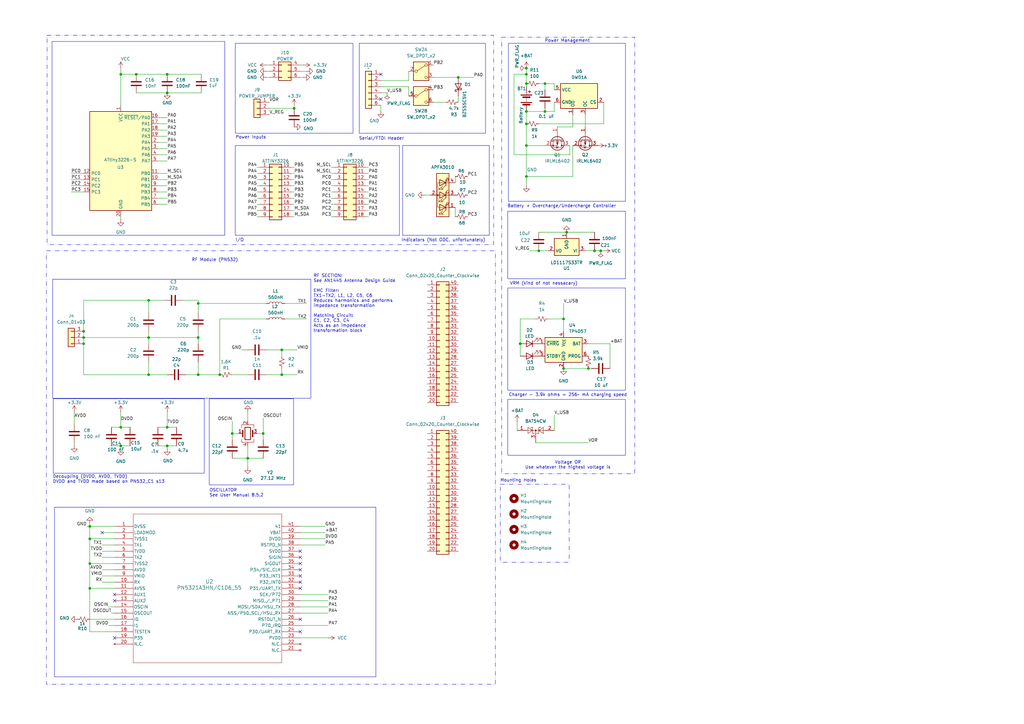
<source format=kicad_sch>
(kicad_sch (version 20231120) (generator "eeschema") (generator_version "8.0")
  (paper "A3")
  (junction (at 101.6 187.96))
  (junction (at 120.65 44.45))
  (junction (at 68.58 182.88))
  (junction (at 215.9 72.39))
  (junction (at 36.83 215.9))
  (junction (at 115.57 143.51))
  (junction (at 107.95 177.8))
  (junction (at 232.41 95.25))
  (junction (at 115.57 153.67))
  (junction (at 68.58 30.48))
  (junction (at 60.96 138.43))
  (junction (at 36.83 231.14))
  (junction (at 68.58 38.1))
  (junction (at 60.96 153.67))
  (junction (at 220.98 102.87))
  (junction (at 243.84 102.87))
  (junction (at 49.53 175.26))
  (junction (at 81.28 153.67))
  (junction (at 223.52 34.29))
  (junction (at 95.25 177.8))
  (junction (at 231.14 130.81))
  (junction (at 81.28 138.43))
  (junction (at 34.29 140.97))
  (junction (at 81.28 124.46))
  (junction (at 215.9 45.72))
  (junction (at 36.83 220.98))
  (junction (at 187.96 31.75))
  (junction (at 68.58 175.26))
  (junction (at 34.29 138.43))
  (junction (at 60.96 123.19))
  (junction (at 246.38 102.87))
  (junction (at 90.17 153.67))
  (junction (at 34.29 135.89))
  (junction (at 215.9 34.29))
  (junction (at 215.9 30.48))
  (junction (at 231.14 151.13))
  (junction (at 215.9 50.8))
  (junction (at 49.53 30.48))
  (junction (at 223.52 45.72))
  (junction (at 215.9 59.69))
  (junction (at 241.3 151.13))
  (junction (at 36.83 241.3))
  (junction (at 215.9 27.94))
  (junction (at 213.36 140.97))
  (junction (at 55.88 30.48))
  (junction (at 49.53 182.88))
  (no_connect (at 123.19 236.22))
  (no_connect (at 46.99 243.84))
  (no_connect (at 123.19 233.68))
  (no_connect (at 123.19 238.76))
  (no_connect (at 156.21 40.64))
  (no_connect (at 123.19 259.08))
  (no_connect (at 123.19 226.06))
  (no_connect (at 46.99 261.62))
  (no_connect (at 123.19 231.14))
  (no_connect (at 123.19 241.3))
  (no_connect (at 123.19 254))
  (no_connect (at 41.91 218.44))
  (no_connect (at 123.19 228.6))
  (no_connect (at 156.21 30.48))
  (no_connect (at 46.99 246.38))
  (wire (pts (xy 64.77 73.66) (xy 68.58 73.66)))
  (wire (pts (xy 95.25 187.96) (xy 101.6 187.96)))
  (wire (pts (xy 60.96 148.59) (xy 60.96 153.67)))
  (wire (pts (xy 215.9 59.69) (xy 215.9 72.39)))
  (wire (pts (xy 135.89 78.74) (xy 137.16 78.74)))
  (wire (pts (xy 186.69 72.39) (xy 186.69 74.93)))
  (wire (pts (xy 105.41 73.66) (xy 106.68 73.66)))
  (wire (pts (xy 76.2 153.67) (xy 81.28 153.67)))
  (wire (pts (xy 220.98 50.8) (xy 247.65 50.8)))
  (wire (pts (xy 246.38 102.87) (xy 243.84 102.87)))
  (wire (pts (xy 68.58 182.88) (xy 68.58 184.15)))
  (wire (pts (xy 36.83 259.08) (xy 46.99 259.08)))
  (wire (pts (xy 210.82 30.48) (xy 210.82 63.5)))
  (wire (pts (xy 45.72 182.88) (xy 49.53 182.88)))
  (wire (pts (xy 90.17 130.81) (xy 109.22 130.81)))
  (wire (pts (xy 220.98 102.87) (xy 217.17 102.87)))
  (wire (pts (xy 49.53 168.91) (xy 49.53 175.26)))
  (wire (pts (xy 215.9 72.39) (xy 215.9 76.2)))
  (wire (pts (xy 135.89 86.36) (xy 137.16 86.36)))
  (wire (pts (xy 123.19 220.98) (xy 133.35 220.98)))
  (wire (pts (xy 68.58 38.1) (xy 82.55 38.1)))
  (wire (pts (xy 81.28 124.46) (xy 81.28 128.27)))
  (wire (pts (xy 110.49 26.67) (xy 109.22 26.67)))
  (wire (pts (xy 151.13 68.58) (xy 149.86 68.58)))
  (wire (pts (xy 30.48 182.88) (xy 30.48 181.61)))
  (wire (pts (xy 36.83 231.14) (xy 36.83 241.3)))
  (wire (pts (xy 60.96 128.27) (xy 60.96 123.19)))
  (wire (pts (xy 95.25 177.8) (xy 95.25 180.34)))
  (wire (pts (xy 116.84 124.46) (xy 125.73 124.46)))
  (wire (pts (xy 213.36 130.81) (xy 213.36 140.97)))
  (wire (pts (xy 151.13 81.28) (xy 149.86 81.28)))
  (wire (pts (xy 213.36 140.97) (xy 213.36 146.05)))
  (wire (pts (xy 36.83 220.98) (xy 46.99 220.98)))
  (wire (pts (xy 64.77 55.88) (xy 68.58 55.88)))
  (wire (pts (xy 120.65 76.2) (xy 119.38 76.2)))
  (wire (pts (xy 151.13 78.74) (xy 149.86 78.74)))
  (wire (pts (xy 36.83 231.14) (xy 46.99 231.14)))
  (wire (pts (xy 228.6 52.07) (xy 234.95 52.07)))
  (wire (pts (xy 81.28 138.43) (xy 81.28 140.97)))
  (wire (pts (xy 30.48 168.91) (xy 30.48 173.99)))
  (wire (pts (xy 99.06 143.51) (xy 101.6 143.51)))
  (wire (pts (xy 241.3 151.13) (xy 242.57 151.13)))
  (wire (pts (xy 41.91 236.22) (xy 46.99 236.22)))
  (wire (pts (xy 120.65 86.36) (xy 119.38 86.36)))
  (wire (pts (xy 41.91 233.68) (xy 46.99 233.68)))
  (wire (pts (xy 41.91 226.06) (xy 46.99 226.06)))
  (wire (pts (xy 115.57 151.13) (xy 115.57 153.67)))
  (wire (pts (xy 151.13 83.82) (xy 149.86 83.82)))
  (wire (pts (xy 241.3 140.97) (xy 250.19 140.97)))
  (wire (pts (xy 187.96 39.37) (xy 187.96 41.91)))
  (wire (pts (xy 34.29 153.67) (xy 60.96 153.67)))
  (wire (pts (xy 187.96 31.75) (xy 194.31 31.75)))
  (wire (pts (xy 213.36 130.81) (xy 219.71 130.81)))
  (wire (pts (xy 223.52 34.29) (xy 227.33 34.29)))
  (wire (pts (xy 60.96 135.89) (xy 60.96 138.43)))
  (wire (pts (xy 36.83 241.3) (xy 36.83 259.08)))
  (wire (pts (xy 95.25 153.67) (xy 101.6 153.67)))
  (wire (pts (xy 101.6 168.91) (xy 101.6 172.72)))
  (wire (pts (xy 81.28 124.46) (xy 109.22 124.46)))
  (wire (pts (xy 227.33 34.29) (xy 227.33 36.83)))
  (wire (pts (xy 34.29 135.89) (xy 34.29 123.19)))
  (wire (pts (xy 120.65 81.28) (xy 119.38 81.28)))
  (wire (pts (xy 34.29 138.43) (xy 34.29 140.97)))
  (wire (pts (xy 36.83 215.9) (xy 46.99 215.9)))
  (wire (pts (xy 231.14 135.89) (xy 231.14 130.81)))
  (wire (pts (xy 60.96 153.67) (xy 68.58 153.67)))
  (wire (pts (xy 36.83 241.3) (xy 46.99 241.3)))
  (wire (pts (xy 64.77 53.34) (xy 68.58 53.34)))
  (wire (pts (xy 135.89 76.2) (xy 137.16 76.2)))
  (wire (pts (xy 81.28 148.59) (xy 81.28 153.67)))
  (wire (pts (xy 105.41 76.2) (xy 106.68 76.2)))
  (wire (pts (xy 97.79 177.8) (xy 95.25 177.8)))
  (wire (pts (xy 158.75 38.1) (xy 156.21 38.1)))
  (wire (pts (xy 64.77 81.28) (xy 68.58 81.28)))
  (wire (pts (xy 101.6 187.96) (xy 107.95 187.96)))
  (wire (pts (xy 34.29 138.43) (xy 60.96 138.43)))
  (wire (pts (xy 109.22 143.51) (xy 115.57 143.51)))
  (wire (pts (xy 135.89 73.66) (xy 137.16 73.66)))
  (wire (pts (xy 232.41 95.25) (xy 220.98 95.25)))
  (wire (pts (xy 64.77 175.26) (xy 68.58 175.26)))
  (wire (pts (xy 156.21 45.72) (xy 156.21 43.18)))
  (wire (pts (xy 45.72 251.46) (xy 46.99 251.46)))
  (wire (pts (xy 68.58 175.26) (xy 72.39 175.26)))
  (wire (pts (xy 125.73 29.21) (xy 123.19 29.21)))
  (wire (pts (xy 45.72 175.26) (xy 49.53 175.26)))
  (wire (pts (xy 120.65 71.12) (xy 119.38 71.12)))
  (wire (pts (xy 120.65 68.58) (xy 119.38 68.58)))
  (wire (pts (xy 29.21 76.2) (xy 34.29 76.2)))
  (wire (pts (xy 95.25 172.72) (xy 95.25 177.8)))
  (wire (pts (xy 123.19 218.44) (xy 133.35 218.44)))
  (wire (pts (xy 224.79 102.87) (xy 220.98 102.87)))
  (wire (pts (xy 124.46 31.75) (xy 123.19 31.75)))
  (wire (pts (xy 215.9 59.69) (xy 223.52 59.69)))
  (wire (pts (xy 220.98 34.29) (xy 223.52 34.29)))
  (wire (pts (xy 223.52 34.29) (xy 223.52 36.83)))
  (wire (pts (xy 68.58 30.48) (xy 82.55 30.48)))
  (wire (pts (xy 60.96 138.43) (xy 81.28 138.43)))
  (wire (pts (xy 81.28 153.67) (xy 90.17 153.67)))
  (wire (pts (xy 120.65 73.66) (xy 119.38 73.66)))
  (wire (pts (xy 124.46 26.67) (xy 123.19 26.67)))
  (wire (pts (xy 247.65 102.87) (xy 246.38 102.87)))
  (wire (pts (xy 227.33 41.91) (xy 227.33 45.72)))
  (wire (pts (xy 105.41 83.82) (xy 106.68 83.82)))
  (wire (pts (xy 105.41 86.36) (xy 106.68 86.36)))
  (wire (pts (xy 123.19 243.84) (xy 134.62 243.84)))
  (wire (pts (xy 234.95 52.07) (xy 234.95 46.99)))
  (wire (pts (xy 64.77 78.74) (xy 68.58 78.74)))
  (wire (pts (xy 64.77 66.04) (xy 68.58 66.04)))
  (wire (pts (xy 227.33 170.18) (xy 227.33 176.53)))
  (wire (pts (xy 44.45 256.54) (xy 46.99 256.54)))
  (wire (pts (xy 115.57 143.51) (xy 115.57 146.05)))
  (wire (pts (xy 215.9 30.48) (xy 215.9 34.29)))
  (wire (pts (xy 243.84 95.25) (xy 232.41 95.25)))
  (wire (pts (xy 74.93 123.19) (xy 81.28 123.19)))
  (wire (pts (xy 224.79 130.81) (xy 231.14 130.81)))
  (wire (pts (xy 123.19 223.52) (xy 133.35 223.52)))
  (wire (pts (xy 123.19 261.62) (xy 134.62 261.62)))
  (wire (pts (xy 101.6 182.88) (xy 101.6 187.96)))
  (wire (pts (xy 123.19 256.54) (xy 134.62 256.54)))
  (wire (pts (xy 64.77 63.5) (xy 68.58 63.5)))
  (wire (pts (xy 250.19 140.97) (xy 250.19 151.13)))
  (wire (pts (xy 49.53 30.48) (xy 49.53 43.18)))
  (wire (pts (xy 167.64 35.56) (xy 167.64 39.37)))
  (wire (pts (xy 176.53 80.01) (xy 173.99 80.01)))
  (wire (pts (xy 101.6 187.96) (xy 101.6 191.77)))
  (wire (pts (xy 64.77 71.12) (xy 68.58 71.12)))
  (wire (pts (xy 151.13 73.66) (xy 149.86 73.66)))
  (wire (pts (xy 90.17 153.67) (xy 90.17 130.81)))
  (wire (pts (xy 135.89 81.28) (xy 137.16 81.28)))
  (wire (pts (xy 151.13 76.2) (xy 149.86 76.2)))
  (wire (pts (xy 223.52 44.45) (xy 223.52 45.72)))
  (wire (pts (xy 109.22 153.67) (xy 115.57 153.67)))
  (wire (pts (xy 68.58 168.91) (xy 68.58 175.26)))
  (wire (pts (xy 55.88 30.48) (xy 68.58 30.48)))
  (wire (pts (xy 223.52 45.72) (xy 227.33 45.72)))
  (wire (pts (xy 68.58 182.88) (xy 72.39 182.88)))
  (wire (pts (xy 49.53 30.48) (xy 55.88 30.48)))
  (wire (pts (xy 49.53 182.88) (xy 53.34 182.88)))
  (wire (pts (xy 156.21 35.56) (xy 167.64 35.56)))
  (wire (pts (xy 240.03 52.07) (xy 240.03 46.99)))
  (wire (pts (xy 123.19 251.46) (xy 134.62 251.46)))
  (wire (pts (xy 29.21 73.66) (xy 34.29 73.66)))
  (wire (pts (xy 49.53 175.26) (xy 53.34 175.26)))
  (wire (pts (xy 231.14 151.13) (xy 241.3 151.13)))
  (wire (pts (xy 105.41 78.74) (xy 106.68 78.74)))
  (wire (pts (xy 55.88 38.1) (xy 68.58 38.1)))
  (wire (pts (xy 135.89 71.12) (xy 137.16 71.12)))
  (wire (pts (xy 49.53 27.94) (xy 49.53 30.48)))
  (wire (pts (xy 243.84 102.87) (xy 240.03 102.87)))
  (wire (pts (xy 231.14 124.46) (xy 231.14 130.81)))
  (wire (pts (xy 34.29 140.97) (xy 34.29 153.67)))
  (wire (pts (xy 123.19 215.9) (xy 133.35 215.9)))
  (wire (pts (xy 64.77 76.2) (xy 68.58 76.2)))
  (wire (pts (xy 105.41 177.8) (xy 107.95 177.8)))
  (wire (pts (xy 81.28 123.19) (xy 81.28 124.46)))
  (wire (pts (xy 120.65 83.82) (xy 119.38 83.82)))
  (wire (pts (xy 120.65 78.74) (xy 119.38 78.74)))
  (wire (pts (xy 234.95 72.39) (xy 215.9 72.39)))
  (wire (pts (xy 215.9 27.94) (xy 215.9 30.48)))
  (wire (pts (xy 215.9 45.72) (xy 223.52 45.72)))
  (wire (pts (xy 29.21 71.12) (xy 34.29 71.12)))
  (wire (pts (xy 186.69 88.9) (xy 186.69 85.09)))
  (wire (pts (xy 41.91 223.52) (xy 46.99 223.52)))
  (wire (pts (xy 151.13 86.36) (xy 149.86 86.36)))
  (wire (pts (xy 210.82 30.48) (xy 215.9 30.48)))
  (wire (pts (xy 120.65 88.9) (xy 119.38 88.9)))
  (wire (pts (xy 134.62 248.92) (xy 123.19 248.92)))
  (wire (pts (xy 167.64 33.02) (xy 167.64 29.21)))
  (wire (pts (xy 109.22 29.21) (xy 110.49 29.21)))
  (wire (pts (xy 215.9 34.29) (xy 215.9 35.56)))
  (wire (pts (xy 64.77 48.26) (xy 68.58 48.26)))
  (wire (pts (xy 105.41 71.12) (xy 106.68 71.12)))
  (wire (pts (xy 64.77 58.42) (xy 68.58 58.42)))
  (wire (pts (xy 151.13 88.9) (xy 149.86 88.9)))
  (wire (pts (xy 64.77 60.96) (xy 68.58 60.96)))
  (wire (pts (xy 105.41 88.9) (xy 106.68 88.9)))
  (wire (pts (xy 60.96 140.97) (xy 60.96 138.43)))
  (wire (pts (xy 36.83 254) (xy 46.99 254)))
  (wire (pts (xy 151.13 71.12) (xy 149.86 71.12)))
  (wire (pts (xy 41.91 228.6) (xy 46.99 228.6)))
  (wire (pts (xy 81.28 135.89) (xy 81.28 138.43)))
  (wire (pts (xy 44.45 248.92) (xy 46.99 248.92)))
  (wire (pts (xy 105.41 81.28) (xy 106.68 81.28)))
  (wire (pts (xy 120.65 43.18) (xy 120.65 44.45)))
  (wire (pts (xy 247.65 41.91) (xy 247.65 50.8)))
  (wire (pts (xy 156.21 33.02) (xy 167.64 33.02)))
  (wire (pts (xy 67.31 123.19) (xy 60.96 123.19)))
  (wire (pts (xy 123.19 246.38) (xy 134.62 246.38)))
  (wire (pts (xy 49.53 182.88) (xy 49.53 184.15)))
  (wire (pts (xy 105.41 68.58) (xy 106.68 68.58)))
  (wire (pts (xy 41.91 218.44) (xy 46.99 218.44)))
  (wire (pts (xy 212.09 172.72) (xy 212.09 176.53)))
  (wire (pts (xy 177.8 41.91) (xy 182.88 41.91)))
  (wire (pts (xy 233.68 63.5) (xy 210.82 63.5)))
  (wire (pts (xy 36.83 215.9) (xy 36.83 214.63)))
  (wire (pts (xy 64.77 83.82) (xy 68.58 83.82)))
  (wire (pts (xy 49.53 90.17) (xy 49.53 88.9)))
  (wire (pts (xy 121.92 143.51) (xy 115.57 143.51)))
  (wire (pts (xy 107.95 177.8) (xy 107.95 180.34)))
  (wire (pts (xy 35.56 215.9) (xy 36.83 215.9)))
  (wire (pts (xy 109.22 31.75) (xy 110.49 31.75)))
  (wire (pts (xy 115.57 153.67) (xy 121.92 153.67)))
  (wire (pts (xy 177.8 31.75) (xy 187.96 31.75)))
  (wire (pts (xy 135.89 83.82) (xy 137.16 83.82)))
  (wire (pts (xy 219.71 181.61) (xy 241.3 181.61)))
  (wire (pts (xy 41.91 238.76) (xy 46.99 238.76)))
  (wire (pts (xy 233.68 63.5) (xy 233.68 59.69)))
  (wire (pts (xy 64.77 182.88) (xy 68.58 182.88)))
  (wire (pts (xy 64.77 50.8) (xy 68.58 50.8)))
  (wire (pts (xy 29.21 78.74) (xy 34.29 78.74)))
  (wire (pts (xy 215.9 50.8) (xy 215.9 59.69)))
  (wire (pts (xy 110.49 44.45) (xy 120.65 44.45)))
  (wire (pts (xy 34.29 123.19) (xy 60.96 123.19)))
  (wire (pts (xy 215.9 45.72) (xy 215.9 50.8)))
  (wire (pts (xy 135.89 68.58) (xy 137.16 68.58)))
  (wire (pts (xy 234.95 59.69) (xy 234.95 72.39)))
  (wire (pts (xy 36.83 215.9) (xy 36.83 220.98)))
  (wire (pts (xy 36.83 220.98) (xy 36.83 231.14)))
  (wire (pts (xy 34.29 135.89) (xy 34.29 138.43)))
  (wire (pts (xy 135.89 88.9) (xy 137.16 88.9)))
  (wire (pts (xy 116.84 130.81) (xy 125.73 130.81)))
  (wire (pts (xy 107.95 171.45) (xy 107.95 177.8)))
  (rectangle (start 19.05 102.87) (end 203.2 280.67) (stroke (width 0) (type dash_dot_dot)))
  (rectangle (start 22.352 208.026) (end 154.178 277.622))
  (rectangle (start 208.28 163.83) (end 256.54 186.69))
  (rectangle (start 208.28 118.11) (end 256.54 160.02))
  (rectangle (start 96.52 59.69) (end 163.83 96.52))
  (rectangle (start 208.534 17.78) (end 256.54 82.55))
  (rectangle (start 21.844 163.576) (end 83.82 194.056))
  (rectangle (start 21.336 17.018) (end 92.202 96.52))
  (rectangle (start 208.28 86.614) (end 256.54 114.3))
  (rectangle (start 19.304 14.478) (end 202.438 100.33) (stroke (width 0) (type dash_dot_dot)))
  (rectangle (start 21.59 114.554) (end 127.508 163.322))
  (rectangle (start 96.52 17.78) (end 144.78 54.61))
  (rectangle (start 205.232 198.628) (end 233.426 230.632) (stroke (width 0) (type dash_dot_dot)))
  (rectangle (start 165.1 59.69) (end 200.66 96.52))
  (rectangle (start 205.74 15.24) (end 260.35 194.31) (stroke (width 0) (type dash_dot_dot)))
  (rectangle (start 147.32 17.78) (end 199.136 54.61))
  (rectangle (start 85.852 163.576) (end 120.396 198.882))
  (text "OSCILLATOR\nSee User Manual 8.5.2\n" (at 85.852 202.184 0) (effects (font (size 1.27 1.27)) (justify left)))
  (text "RF SECTION: \nSee AN1445 Antenna Design Guide\n\nEMC Filter: \nTX1-TX2, L1, L2, C5, C6\nReduces harmonics and performs \nimpedance transformation\n\nMatching Circuit:\nC1, C2, C3, C4\nActs as an impedance \ntransformation block" (at 128.524 124.46 0) (effects (font (size 1.27 1.27)) (justify left)))
  (text "Battery + Overcharge/Undercharge Controller" (at 230.378 84.582 0) (effects (font (size 1.27 1.27))))
  (text "Decoupling (DVDD, AVDD, TVDD)\nDVDD and TVDD made based on PN532_C1 s13" (at 21.59 196.596 0) (effects (font (size 1.27 1.27)) (justify left)))
  (text "Voltage OR\nUse whatever the highest voltage is\n" (at 232.918 190.754 0) (effects (font (size 1.27 1.27))))
  (text "Power Management" (at 232.664 16.764 0) (effects (font (size 1.27 1.27))))
  (text "Charger - 3.9k ohms = 256~ mA charging speed\n\n" (at 232.918 163.068 0) (effects (font (size 1.27 1.27))))
  (text "I/O\n" (at 98.298 98.552 0) (effects (font (size 1.27 1.27))))
  (text "RF Module (PN532)" (at 88.138 106.68 0) (effects (font (size 1.27 1.27))))
  (text "Serial/FTDI Header" (at 156.464 56.896 0) (effects (font (size 1.27 1.27))))
  (text "VRM (kind of not nessacary)" (at 223.012 116.332 0) (effects (font (size 1.27 1.27))))
  (text "Power Inputs" (at 102.87 56.388 0) (effects (font (size 1.27 1.27))))
  (text "Mounting Holes" (at 212.598 197.104 0) (effects (font (size 1.27 1.27))))
  (text "Indicators (Not ODC, unfortunately)" (at 181.864 98.552 0) (effects (font (size 1.27 1.27))))
  (label "PB2" (at 68.58 76.2 0))
  (label "PB2" (at 177.8 26.67 0))
  (label "VMID" (at 121.92 143.51 0))
  (label "TVDD" (at 41.91 226.06 180))
  (label "DVDD" (at 44.45 256.54 180))
  (label "PC2" (at 191.77 80.01 0))
  (label "PA4" (at 105.41 68.58 180))
  (label "PC3" (at 29.21 78.74 0))
  (label "PA5" (at 105.41 73.66 180))
  (label "PB5" (at 68.58 83.82 0))
  (label "VOR" (at 110.49 41.91 0))
  (label "PB2" (at 120.65 83.82 0))
  (label "PA7" (at 105.41 86.36 180))
  (label "M_SDA" (at 120.65 88.9 0))
  (label "RX" (at 41.91 238.76 180))
  (label "PC3" (at 191.77 88.9 0))
  (label "PA1" (at 134.62 248.92 0))
  (label "PB2" (at 120.65 81.28 0))
  (label "PA0" (at 151.13 71.12 0))
  (label "VOR" (at 241.3 181.61 0))
  (label "PC1" (at 191.77 72.39 0))
  (label "TX1" (at 41.91 223.52 180))
  (label "PA6" (at 105.41 81.28 180))
  (label "OSCIN" (at 95.25 172.72 180))
  (label "PA4" (at 68.58 58.42 0))
  (label "TX2" (at 41.91 228.6 180))
  (label "PB5" (at 105.41 88.9 180))
  (label "PA2" (at 151.13 83.82 0))
  (label "PC0" (at 135.89 76.2 180))
  (label "GND" (at 133.35 215.9 0))
  (label "PA7" (at 68.58 66.04 0))
  (label "PA1" (at 151.13 76.2 0))
  (label "PC3" (at 151.13 68.58 0))
  (label "DVDD" (at 133.35 220.98 0))
  (label "PA6" (at 68.58 63.5 0))
  (label "PC2" (at 135.89 83.82 180))
  (label "V_USB" (at 227.33 170.18 0))
  (label "VMID" (at 41.91 236.22 180))
  (label "M_SCL" (at 68.58 71.12 0))
  (label "PA2" (at 134.62 246.38 0))
  (label "PA7" (at 105.41 83.82 180))
  (label "PC0" (at 29.21 71.12 0))
  (label "PA0" (at 194.31 31.75 0))
  (label "PB4" (at 120.65 71.12 0))
  (label "M_SDA" (at 120.65 86.36 0))
  (label "DVDD" (at 49.53 172.72 0))
  (label "PB4" (at 120.65 73.66 0))
  (label "V_USB" (at 158.75 38.1 0))
  (label "PA1" (at 68.58 50.8 0))
  (label "PA1" (at 151.13 78.74 0))
  (label "TVDD" (at 68.58 173.99 0))
  (label "AVDD" (at 30.48 171.45 0))
  (label "PB3" (at 177.8 36.83 0))
  (label "OSCIN" (at 44.45 248.92 180))
  (label "PA4" (at 105.41 71.12 180))
  (label "TX2" (at 125.73 130.81 180))
  (label "TX1" (at 125.73 124.46 180))
  (label "PC0" (at 135.89 73.66 180))
  (label "PB4" (at 68.58 81.28 0))
  (label "PC1" (at 135.89 81.28 180))
  (label "RX" (at 121.92 153.67 0))
  (label "PB3" (at 68.58 78.74 0))
  (label "AVDD" (at 41.91 233.68 180))
  (label "PA3" (at 134.62 243.84 0))
  (label "V_REG" (at 217.17 102.87 180))
  (label "PC3" (at 135.89 88.9 180))
  (label "PB5" (at 120.65 68.58 0))
  (label "M_SCL" (at 135.89 68.58 180))
  (label "V_REG" (at 110.49 46.99 0))
  (label "PA5" (at 133.35 223.52 0))
  (label "PA3" (at 68.58 55.88 0))
  (label "V_USB" (at 231.14 124.46 0))
  (label "PA7" (at 134.62 256.54 0))
  (label "PA4" (at 134.62 251.46 0))
  (label "M_SDA" (at 68.58 73.66 0))
  (label "PA0" (at 151.13 73.66 0))
  (label "OSCOUT" (at 45.72 251.46 180))
  (label "PC2" (at 135.89 86.36 180))
  (label "+BAT" (at 133.35 218.44 0))
  (label "PA0" (at 68.58 48.26 0))
  (label "GND" (at 99.06 143.51 180))
  (label "GND" (at 35.56 215.9 180))
  (label "PA2" (at 151.13 81.28 0))
  (label "PA6" (at 105.41 78.74 180))
  (label "PB3" (at 120.65 76.2 0))
  (label "PC2" (at 29.21 76.2 0))
  (label "PA5" (at 105.41 76.2 180))
  (label "PC1" (at 135.89 78.74 180))
  (label "PA3" (at 151.13 86.36 0))
  (label "PC1" (at 29.21 73.66 0))
  (label "OSCOUT" (at 107.95 171.45 0))
  (label "PA2" (at 68.58 53.34 0))
  (label "PB3" (at 120.65 78.74 0))
  (label "+BAT" (at 250.19 140.97 0))
  (label "PA5" (at 68.58 60.96 0))
  (label "M_SCL" (at 135.89 71.12 180))
  (label "PA3" (at 151.13 88.9 0))
  (symbol (lib_id "power:+3.3V") (at 49.53 168.91 0) (unit 1)
    (property "Reference" "#PWR029" (effects (hide yes)))
    (property "Value" "+3.3V" (at 49.53 165.1 0))
  )
  (symbol (lib_id "power:+3.3V") (at 30.48 168.91 0) (unit 1)
    (property "Reference" "#PWR026" (effects (hide yes)))
    (property "Value" "+3.3V" (at 30.48 165.1 0))
  )
  (symbol (lib_id "Device:C") (at 246.38 151.13 90) (unit 1)
    (property "Reference" "C17" (at 246.634 155.448 90))
    (property "Value" "10 uF" (at 246.634 157.988 90))
    (property "Footprint" "Capacitor_SMD:C_0805_2012Metric_Pad1.18x1.45mm_HandSolder" (effects (hide yes)))
    (property "Description" "Unpolarized capacitor" (effects (hide yes)))
  )
  (symbol (lib_id "power:GND") (at 68.58 184.15 0) (unit 1)
    (property "Reference" "#PWR021" (effects (hide yes)))
    (property "Value" "GND" (at 68.834 188.976 0))
    (property "Description" "Power symbol creates a global label with name \"GND\" , ground" (effects (hide yes)))
  )
  (symbol (lib_id "Device:C") (at 30.48 177.8 0) (unit 1)
    (property "Reference" "C8" (at 34.29 176.5299 0) (effects (justify left)))
    (property "Value" "100 nF" (at 34.29 179.0699 0) (effects (justify left)))
    (property "Footprint" "Capacitor_SMD:C_0805_2012Metric_Pad1.18x1.45mm_HandSolder" (effects (hide yes)))
    (property "Description" "Unpolarized capacitor" (effects (hide yes)))
  )
  (symbol (lib_id "Device:C") (at 60.96 132.08 0) (mirror y) (unit 1)
    (property "Reference" "C1" (at 54.61 130.81 0))
    (property "Value" "200p" (at 54.61 133.35 0))
    (property "Footprint" "Capacitor_SMD:C_0805_2012Metric_Pad1.18x1.45mm_HandSolder" (effects (hide yes)))
    (property "Description" "Unpolarized capacitor" (effects (hide yes)))
  )
  (symbol (lib_id "Device:C") (at 81.28 132.08 0) (mirror y) (unit 1)
    (property "Reference" "C5" (at 74.93 130.81 0))
    (property "Value" "220p" (at 74.93 133.35 0))
    (property "Footprint" "Capacitor_SMD:C_0805_2012Metric_Pad1.18x1.45mm_HandSolder" (effects (hide yes)))
    (property "Description" "Unpolarized capacitor" (effects (hide yes)))
  )
  (symbol (lib_id "power:+BATT") (at 215.9 27.94 0) (unit 1)
    (property "Reference" "#PWR023" (effects (hide yes)))
    (property "Value" "+BAT" (at 215.9 22.86 0))
    (property "Description" "Power symbol creates a global label with name \"+BATT\"" (effects (hide yes)))
  )
  (symbol (lib_id "power:GND") (at 30.48 182.88 0) (unit 1)
    (property "Reference" "#PWR01" (effects (hide yes)))
    (property "Value" "GND" (at 30.48 187.96 0))
    (property "Description" "Power symbol creates a global label with name \"GND\" , ground" (effects (hide yes)))
  )
  (symbol (lib_id "Device:C") (at 55.88 34.29 0) (unit 1)
    (property "Reference" "C16" (at 59.436 32.766 0) (effects (justify left)))
    (property "Value" "10nF" (at 59.436 35.306 0) (effects (justify left)))
    (property "Footprint" "Capacitor_SMD:C_0805_2012Metric_Pad1.18x1.45mm_HandSolder" (effects (hide yes)))
    (property "Description" "Unpolarized capacitor" (effects (hide yes)))
  )
  (symbol (lib_id "power:GND") (at 156.21 45.72 0) (unit 1)
    (property "Reference" "#PWR025" (effects (hide yes)))
    (property "Value" "GND" (at 155.575 49.53 0) (effects (justify right)))
  )
  (symbol (lib_id "Connector_Generic:Conn_02x03_Top_Bottom") (at 115.57 29.21 0) (unit 1)
    (property "Reference" "J10" (at 116.84 21.59 0))
    (property "Value" "POWER" (at 116.84 24.13 0))
    (property "Footprint" "Connector_PinSocket_2.54mm:PinSocket_2x03_P2.54mm_Vertical" (effects (hide yes)))
  )
  (symbol (lib_id "power:+3.3V") (at 134.62 261.62 270) (unit 1)
    (property "Reference" "#PWR05" (effects (hide yes)))
    (property "Value" "VCC" (at 138.43 261.6199 90) (effects (justify left)))
    (property "Description" "Power symbol creates a global label with name \"+3.3V\"" (effects (hide yes)))
  )
  (symbol (lib_id "MCU_Microchip_ATtiny:ATtiny3226-S") (at 49.53 66.04 0) (unit 1)
    (property "Reference" "U3" (at 48.006 68.58 0) (effects (justify left)))
    (property "Value" "ATtiny3226-S" (at 42.672 65.532 0) (effects (justify left)))
    (property "Footprint" "Package_SO:SOIC-20W_7.5x12.8mm_P1.27mm" (effects (hide yes)))
    (property "Datasheet" "https://ww1.microchip.com/downloads/en/DeviceDoc/ATtiny3224-3226-3227-Data-Sheet-DS40002345A.pdf" (effects (hide yes)))
    (property "Description" "20MHz, 32kB Flash, 3kB SRAM, 256B EEPROM, SOIC-20" (effects (hide yes)))
  )
  (symbol (lib_id "Device:R_Small_US") (at 92.71 153.67 90) (mirror x) (unit 1)
    (property "Reference" "R1" (at 92.71 150.876 90))
    (property "Value" "1.6K" (at 92.71 148.336 90))
    (property "Footprint" "Resistor_SMD:R_0805_2012Metric_Pad1.20x1.40mm_HandSolder" (effects (hide yes)))
    (property "Description" "Resistor, small US symbol" (effects (hide yes)))
  )
  (symbol (lib_id "power:VCC") (at 109.22 26.67 90) (unit 1)
    (property "Reference" "#PWR06" (effects (hide yes)))
    (property "Value" "VCC" (at 105.41 26.67 90) (effects (justify left)))
  )
  (symbol (lib_id "Device:C") (at 71.12 123.19 90) (unit 1)
    (property "Reference" "C3" (at 71.12 115.57 90))
    (property "Value" "22p" (at 71.12 118.11 90))
    (property "Footprint" "Capacitor_SMD:C_0805_2012Metric_Pad1.18x1.45mm_HandSolder" (effects (hide yes)))
    (property "Description" "Unpolarized capacitor" (effects (hide yes)))
  )
  (symbol (lib_id "Connector_Generic:Conn_02x09_Top_Bottom") (at 142.24 78.74 0) (unit 1)
    (property "Reference" "J8" (at 143.51 63.5 0))
    (property "Value" "ATTINY3226" (at 143.51 66.04 0))
    (property "Footprint" "Connector_PinSocket_2.54mm:PinSocket_2x09_P2.54mm_Vertical" (effects (hide yes)))
  )
  (symbol (lib_id "Device:C") (at 223.52 40.64 180) (unit 1)
    (property "Reference" "C23" (at 223.012 38.1 0) (effects (justify left)))
    (property "Value" "0.1 uF" (at 227.33 47.752 0) (effects (justify left)))
    (property "Footprint" "Capacitor_SMD:C_0805_2012Metric_Pad1.18x1.45mm_HandSolder" (effects (hide yes)))
    (property "Description" "Unpolarized capacitor" (effects (hide yes)))
  )
  (symbol (lib_id "Orb_library:PN5321A3HN_C106_55") (at 46.99 215.9 0) (unit 1)
    (property "Reference" "U2" (at 85.852 238.506 0) (effects (font (size 1.524 1.524))))
    (property "Value" "PN5321A3HN/C106_55" (at 85.852 241.046 0) (effects (font (size 1.524 1.524))))
    (property "Footprint" "PN532:QFN40G-0.5-6X6MM" (effects (hide yes)))
    (property "Datasheet" "PN5321A3HN/C106_55" (effects (hide yes)))
  )
  (symbol (lib_id "power:+3.3V") (at 120.65 43.18 0) (unit 1)
    (property "Reference" "#PWR018" (effects (hide yes)))
    (property "Value" "+3.3V" (at 120.65 39.37 0))
  )
  (symbol (lib_id "Mechanical:MountingHole") (at 210.82 217.17 0) (unit 1) (exclude_from_sim yes) (in_bom no)
    (property "Reference" "H3" (at 213.36 215.8999 0) (effects (justify left)))
    (property "Value" "MountingHole" (at 213.36 218.4399 0) (effects (justify left)))
    (property "Footprint" "MountingHole:MountingHole_2.2mm_M2" (effects (hide yes)))
    (property "Description" "Mounting Hole without connection" (effects (hide yes)))
  )
  (symbol (lib_id "Device:R_Small_US") (at 185.42 41.91 90) (unit 1)
    (property "Reference" "R3" (at 186.182 46.99 90))
    (property "Value" "4.7k" (at 186.182 44.45 90))
    (property "Footprint" "Resistor_SMD:R_0805_2012Metric_Pad1.20x1.40mm_HandSolder" (effects (hide yes)))
    (property "Description" "Resistor, small US symbol" (effects (hide yes)))
  )
  (symbol (lib_id "Device:C") (at 72.39 179.07 0) (unit 1)
    (property "Reference" "C9" (at 72.898 182.118 0) (effects (justify left)))
    (property "Value" "4.7u" (at 72.898 184.658 0) (effects (justify left)))
    (property "Footprint" "Capacitor_SMD:C_0805_2012Metric_Pad1.18x1.45mm_HandSolder" (effects (hide yes)))
    (property "Description" "Unpolarized capacitor" (effects (hide yes)))
  )
  (symbol (lib_id "power:+3.3V") (at 68.58 168.91 0) (unit 1)
    (property "Reference" "#PWR030" (effects (hide yes)))
    (property "Value" "+3.3V" (at 68.58 165.1 0))
  )
  (symbol (lib_id "power:GND") (at 101.6 191.77 0) (unit 1)
    (property "Reference" "#PWR019" (effects (hide yes)))
    (property "Value" "GND" (at 101.6 196.85 0))
    (property "Description" "Power symbol creates a global label with name \"GND\" , ground" (effects (hide yes)))
  )
  (symbol (lib_id "power:GND") (at 231.14 151.13 0) (unit 1)
    (property "Reference" "#PWR04" (effects (hide yes)))
    (property "Value" "GND" (at 231.14 156.21 0))
    (property "Description" "Power symbol creates a global label with name \"GND\" , ground" (effects (hide yes)))
  )
  (symbol (lib_id "power:GND") (at 124.46 31.75 90) (unit 1)
    (property "Reference" "#PWR015" (effects (hide yes)))
    (property "Value" "GND" (at 128.27 31.75 90) (effects (justify right)))
  )
  (symbol (lib_id "power:PWR_FLAG") (at 246.38 102.87 180) (unit 1)
    (property "Reference" "#FLG02" (effects (hide yes)))
    (property "Value" "PWR_FLAG" (at 246.38 107.95 0))
    (property "Description" "Special symbol for telling ERC where power comes from" (effects (hide yes)))
  )
  (symbol (lib_id "Device:C") (at 120.65 48.26 0) (unit 1)
    (property "Reference" "C20" (at 124.206 46.736 0) (effects (justify left)))
    (property "Value" "100nF" (at 124.206 49.276 0) (effects (justify left)))
    (property "Footprint" "Capacitor_SMD:C_0805_2012Metric_Pad1.18x1.45mm_HandSolder" (effects (hide yes)))
    (property "Description" "Unpolarized capacitor" (effects (hide yes)))
  )
  (symbol (lib_id "Switch:SW_DPDT_x2") (at 172.72 29.21 0) (unit 1)
    (property "Reference" "SW2" (at 172.72 20.32 0))
    (property "Value" "SW_DPDT_x2" (at 172.72 22.86 0))
    (property "Footprint" "Button_Switch_THT:SW_CK_JS202011CQN_DPDT_Straight" (effects (hide yes)))
    (property "Description" "Switch, dual pole double throw, separate symbols" (effects (hide yes)))
  )
  (symbol (lib_id "power:GND") (at 49.53 184.15 0) (unit 1)
    (property "Reference" "#PWR020" (effects (hide yes)))
    (property "Value" "GND" (at 49.53 189.23 0))
    (property "Description" "Power symbol creates a global label with name \"GND\" , ground" (effects (hide yes)))
  )
  (symbol (lib_id "Device:C") (at 45.72 179.07 0) (mirror y) (unit 1)
    (property "Reference" "C14" (at 49.784 181.864 0) (effects (justify left)))
    (property "Value" "100 nF" (at 51.054 184.404 0) (effects (justify left)))
    (property "Footprint" "Capacitor_SMD:C_0805_2012Metric_Pad1.18x1.45mm_HandSolder" (effects (hide yes)))
    (property "Description" "Unpolarized capacitor" (effects (hide yes)))
  )
  (symbol (lib_id "power:GND") (at 49.53 90.17 0) (unit 1)
    (property "Reference" "#PWR012" (effects (hide yes)))
    (property "Value" "GND" (at 49.53 95.25 0))
    (property "Description" "Power symbol creates a global label with name \"GND\" , ground" (effects (hide yes)))
  )
  (symbol (lib_id "Device:R_Small_US") (at 222.25 130.81 90) (unit 1)
    (property "Reference" "R4" (at 222.25 124.46 90))
    (property "Value" "1k" (at 222.25 127 90))
    (property "Footprint" "Resistor_SMD:R_0805_2012Metric_Pad1.20x1.40mm_HandSolder" (effects (hide yes)))
    (property "Description" "Resistor, small US symbol" (effects (hide yes)))
  )
  (symbol (lib_id "Device:C") (at 53.34 179.07 0) (unit 1)
    (property "Reference" "C15" (at 53.594 181.61 0) (effects (justify left)))
    (property "Value" "10uF" (at 53.594 184.15 0) (effects (justify left)))
    (property "Footprint" "Capacitor_SMD:C_0805_2012Metric_Pad1.18x1.45mm_HandSolder" (effects (hide yes)))
    (property "Description" "Unpolarized capacitor" (effects (hide yes)))
  )
  (symbol (lib_id "Device:Crystal_GND24") (at 101.6 177.8 0) (unit 1)
    (property "Reference" "Y2" (at 110.744 193.802 0))
    (property "Value" "27.12 MHz" (at 112.014 196.088 0))
    (property "Footprint" "Crystal:Crystal_SMD_SeikoEpson_TSX3225-4Pin_3.2x2.5mm_HandSoldering" (effects (hide yes)))
    (property "Datasheet" "https://www.txccrystal.com/images/pdf/7m-accuracy.pdf" (effects (hide yes)))
    (property "Description" "Four pin crystal, GND on pins 2 and 4" (effects (hide yes)))
  )
  (symbol (lib_id "power:GND") (at 101.6 168.91 180) (unit 1)
    (property "Reference" "#PWR011" (effects (hide yes)))
    (property "Value" "GND" (at 101.854 165.1 0))
    (property "Description" "Power symbol creates a global label with name \"GND\" , ground" (effects (hide yes)))
  )
  (symbol (lib_id "Device:R_Small_US") (at 34.29 254 90) (unit 1)
    (property "Reference" "R10" (at 33.782 257.81 90))
    (property "Value" "1k" (at 33.782 255.778 90))
    (property "Footprint" "Resistor_SMD:R_0805_2012Metric_Pad1.20x1.40mm_HandSolder" (effects (hide yes)))
    (property "Description" "Resistor, small US symbol" (effects (hide yes)))
  )
  (symbol (lib_id "Diode:BAT54CW") (at 219.71 176.53 0) (unit 1)
    (property "Reference" "D4" (at 219.71 170.18 0))
    (property "Value" "BAT54CW" (at 219.71 172.72 0))
    (property "Footprint" "Package_TO_SOT_SMD:SOT-323_SC-70" (effects (hide yes)))
    (property "Datasheet" "https://assets.nexperia.com/documents/data-sheet/BAT54W_SER.pdf" (effects (hide yes)))
    (property "Description" "Dual schottky barrier diode, common cathode, SOT-323" (effects (hide yes)))
  )
  (symbol (lib_id "Device:R_Small_US") (at 218.44 50.8 90) (unit 1)
    (property "Reference" "R9" (at 219.202 53.34 90))
    (property "Value" "1k" (at 219.202 55.88 90))
    (property "Footprint" "Resistor_SMD:R_0805_2012Metric_Pad1.20x1.40mm_HandSolder" (effects (hide yes)))
    (property "Description" "Resistor, small US symbol" (effects (hide yes)))
  )
  (symbol (lib_id "power:GND") (at 215.9 76.2 0) (unit 1)
    (property "Reference" "#PWR028" (effects (hide yes)))
    (property "Value" "GND" (at 218.186 69.596 0))
    (property "Description" "Power symbol creates a global label with name \"GND\" , ground" (effects (hide yes)))
  )
  (symbol (lib_id "Device:LED") (at 217.17 140.97 180) (unit 1)
    (property "Reference" "D2" (at 217.17 135.382 0))
    (property "Value" "LED" (at 217.17 137.922 0))
    (property "Footprint" "LED_SMD:LED_0805_2012Metric" (effects (hide yes)))
    (property "Datasheet" "https://www.we-online.com/components/products/datasheet/150080VS75000.pdf" (effects (hide yes)))
    (property "Description" "Light emitting diode" (effects (hide yes)))
  )
  (symbol (lib_id "power:GND") (at 31.75 254 270) (unit 1)
    (property "Reference" "#PWR022" (effects (hide yes)))
    (property "Value" "GND" (at 24.384 253.492 90) (effects (justify left)))
    (property "Description" "Power symbol creates a global label with name \"GND\" , ground" (effects (hide yes)))
  )
  (symbol (lib_id "Device:R_Small_US") (at 189.23 80.01 90) (unit 1)
    (property "Reference" "R7" (at 189.738 77.978 90))
    (property "Value" "10" (at 189.484 83.058 90))
    (property "Footprint" "Resistor_SMD:R_0805_2012Metric_Pad1.20x1.40mm_HandSolder" (effects (hide yes)))
    (property "Description" "Resistor, small US symbol" (effects (hide yes)))
  )
  (symbol (lib_id "Connector_Generic:Conn_01x06") (at 151.13 35.56 0) (mirror y) (unit 1)
    (property "Reference" "J12" (at 150.876 26.67 0))
    (property "Value" "~" (at 151.13 27.94 0))
    (property "Footprint" "Connector_PinHeader_2.54mm:PinHeader_1x06_P2.54mm_Horizontal" (effects (hide yes)))
  )
  (symbol (lib_id "Switch:SW_DPDT_x2") (at 172.72 39.37 0) (unit 2)
    (property "Reference" "SW2" (at 172.72 45.466 0))
    (property "Value" "SW_DPDT_x2" (at 172.72 48.006 0))
    (property "Footprint" "Button_Switch_THT:SW_CK_JS202011CQN_DPDT_Straight" (effects (hide yes)))
    (property "Description" "Switch, dual pole double throw, separate symbols" (effects (hide yes)))
  )
  (symbol (lib_id "Device:R_Small_US") (at 218.44 34.29 90) (unit 1)
    (property "Reference" "R11" (at 219.202 28.702 90))
    (property "Value" "100" (at 219.202 31.242 90))
    (property "Footprint" "Resistor_SMD:R_0805_2012Metric_Pad1.20x1.40mm_HandSolder" (effects (hide yes)))
    (property "Description" "Resistor, small US symbol" (effects (hide yes)))
  )
  (symbol (lib_id "Device:C") (at 81.28 144.78 0) (mirror y) (unit 1)
    (property "Reference" "C6" (at 75.184 140.97 0))
    (property "Value" "220p" (at 75.184 143.51 0))
    (property "Footprint" "Capacitor_SMD:C_0805_2012Metric_Pad1.18x1.45mm_HandSolder" (effects (hide yes)))
    (property "Description" "Unpolarized capacitor" (effects (hide yes)))
  )
  (symbol (lib_id "Mechanical:MountingHole") (at 210.82 223.52 0) (unit 1) (exclude_from_sim yes) (in_bom no)
    (property "Reference" "H4" (at 213.36 222.2499 0) (effects (justify left)))
    (property "Value" "MountingHole" (at 213.36 224.7899 0) (effects (justify left)))
    (property "Footprint" "MountingHole:MountingHole_2.2mm_M2" (effects (hide yes)))
    (property "Description" "Mounting Hole without connection" (effects (hide yes)))
  )
  (symbol (lib_id "Device:R_Small_US") (at 189.23 88.9 90) (unit 1)
    (property "Reference" "R8" (at 189.484 86.868 90))
    (property "Value" "68" (at 189.484 91.44 90))
    (property "Footprint" "Resistor_SMD:R_0805_2012Metric_Pad1.20x1.40mm_HandSolder" (effects (hide yes)))
    (property "Description" "Resistor, small US symbol" (effects (hide yes)))
  )
  (symbol (lib_id "Connector_Generic:Conn_02x20_Counter_Clockwise") (at 180.34 200.66 0) (unit 1)
    (property "Reference" "J3" (at 181.61 171.45 0))
    (property "Value" "Conn_02x20_Counter_Clockwise" (at 181.61 173.99 0))
    (property "Description" "Generic connector, double row, 02x20, counter clockwise pin numbering scheme (similar to DIP package numbering), script generated (kicad-library-utils/schlib/autogen/connector/)" (effects (hide yes)))
  )
  (symbol (lib_id "Device:C") (at 220.98 99.06 180) (unit 1)
    (property "Reference" "C22" (at 217.424 98.552 0) (effects (justify left)))
    (property "Value" "10uF" (at 217.678 95.758 0) (effects (justify left)))
    (property "Footprint" "Capacitor_SMD:C_0805_2012Metric_Pad1.18x1.45mm_HandSolder" (effects (hide yes)))
    (property "Description" "Unpolarized capacitor" (effects (hide yes)))
  )
  (symbol (lib_id "Device:C") (at 243.84 99.06 180) (unit 1)
    (property "Reference" "C21" (at 250.19 100.584 0) (effects (justify left)))
    (property "Value" "100nF" (at 252.984 97.79 0) (effects (justify left)))
    (property "Footprint" "Capacitor_SMD:C_0805_2012Metric_Pad1.18x1.45mm_HandSolder" (effects (hide yes)))
    (property "Description" "Unpolarized capacitor" (effects (hide yes)))
  )
  (symbol (lib_id "Device:L") (at 113.03 124.46 90) (unit 1)
    (property "Reference" "L1" (at 113.03 119.38 90))
    (property "Value" "560nH" (at 113.03 121.92 90))
    (property "Footprint" "Inductor_SMD:L_0805_2012Metric_Pad1.15x1.40mm_HandSolder" (effects (hide yes)))
    (property "Description" "Inductor" (effects (hide yes)))
  )
  (symbol (lib_id "power:VCC") (at 49.53 27.94 0) (unit 1)
    (property "Reference" "#PWR010" (effects (hide yes)))
    (property "Value" "VCC" (at 49.53 24.13 0) (effects (justify left)))
  )
  (symbol (lib_id "power:+3.3V") (at 212.09 172.72 0) (unit 1)
    (property "Reference" "#PWR024" (effects (hide yes)))
    (property "Value" "+BAT" (at 209.55 168.402 0) (effects (justify left)))
    (property "Description" "Power symbol creates a global label with name \"+3.3V\"" (effects (hide yes)))
  )
  (symbol (lib_id "power:GND") (at 120.65 52.07 90) (unit 1)
    (property "Reference" "#PWR016" (effects (hide yes)))
    (property "Value" "GND" (at 124.46 52.705 90) (effects (justify right)))
  )
  (symbol (lib_id "Regulator_Linear:LD1117S33TR_SOT223") (at 232.41 102.87 180) (unit 1)
    (property "Reference" "U1" (at 232.41 109.982 0))
    (property "Value" "LD1117S33TR" (at 232.41 107.696 0))
    (property "Footprint" "Package_TO_SOT_SMD:SOT-223-3_TabPin2" (effects (hide yes)))
    (property "Datasheet" "http://www.st.com/st-web-ui/static/active/en/resource/technical/document/datasheet/CD00000544.pdf" (effects (hide yes)))
  )
  (symbol (lib_id "power:GND") (at 173.99 80.01 270) (unit 1)
    (property "Reference" "#PWR027" (effects (hide yes)))
    (property "Value" "GND" (at 170.18 80.0099 90) (effects (justify right)))
    (property "Description" "Power symbol creates a global label with name \"GND\" , ground" (effects (hide yes)))
  )
  (symbol (lib_id "Device:R_Small_US") (at 241.3 148.59 180) (unit 1)
    (property "Reference" "R5" (at 243.078 144.526 0) (effects (justify right)))
    (property "Value" "3.9k" (at 243.078 147.066 0) (effects (justify right)))
    (property "Footprint" "Resistor_SMD:R_0805_2012Metric_Pad1.20x1.40mm_HandSolder" (effects (hide yes)))
    (property "Description" "Resistor, small US symbol" (effects (hide yes)))
  )
  (symbol (lib_id "Connector_Generic:Conn_02x09_Top_Bottom") (at 111.76 78.74 0) (unit 1)
    (property "Reference" "J1" (at 113.03 63.5 0))
    (property "Value" "ATTINY3226" (at 113.03 66.04 0))
    (property "Footprint" "Connector_PinSocket_2.54mm:PinSocket_2x09_P2.54mm_Vertical" (effects (hide yes)))
  )
  (symbol (lib_id "power:GND") (at 109.22 31.75 270) (mirror x) (unit 1)
    (property "Reference" "#PWR09" (effects (hide yes)))
    (property "Value" "GND" (at 105.41 31.75 90) (effects (justify right)))
  )
  (symbol (lib_id "power:+3.3V") (at 124.46 26.67 270) (unit 1)
    (property "Reference" "#PWR014" (effects (hide yes)))
    (property "Value" "+3.3V" (at 128.27 26.67 90) (effects (justify left)))
  )
  (symbol (lib_id "Device:C") (at 107.95 184.15 0) (unit 1)
    (property "Reference" "C13" (at 113.03 182.8799 0) (effects (justify left)))
    (property "Value" "22pF" (at 113.03 185.4199 0) (effects (justify left)))
    (property "Footprint" "Capacitor_SMD:C_0805_2012Metric_Pad1.18x1.45mm_HandSolder" (effects (hide yes)))
    (property "Description" "Unpolarized capacitor" (effects (hide yes)))
  )
  (symbol (lib_id "Device:L") (at 113.03 130.81 90) (unit 1)
    (property "Reference" "L2" (at 112.776 125.73 90))
    (property "Value" "560nH" (at 113.03 128.27 90))
    (property "Footprint" "Inductor_SMD:L_0805_2012Metric_Pad1.15x1.40mm_HandSolder" (effects (hide yes)))
    (property "Description" "Inductor" (effects (hide yes)))
  )
  (symbol (lib_id "power:PWR_FLAG") (at 215.9 27.94 90) (unit 1)
    (property "Reference" "#FLG04" (effects (hide yes)))
    (property "Value" "PWR_FLAG" (at 212.09 27.9399 0) (effects (justify left)))
    (property "Description" "Special symbol for telling ERC where power comes from" (effects (hide yes)))
  )
  (symbol (lib_name "VCC_1") (lib_id "power:VCC") (at 245.11 59.69 270) (unit 1)
    (property "Reference" "#PWR07" (effects (hide yes)))
    (property "Value" "+3.3V" (at 250.444 59.69 90))
    (property "Description" "Power symbol creates a global label with name \"VCC\"" (effects (hide yes)))
  )
  (symbol (lib_id "power:GND") (at 68.58 38.1 0) (unit 1)
    (property "Reference" "#PWR013" (effects (hide yes)))
    (property "Value" "GND" (at 68.58 42.164 0))
    (property "Description" "Power symbol creates a global label with name \"GND\" , ground" (effects (hide yes)))
  )
  (symbol (lib_id "power:GND") (at 232.41 95.25 180) (unit 1)
    (property "Reference" "#PWR03" (effects (hide yes)))
    (property "Value" "GND" (at 232.41 90.17 0))
  )
  (symbol (lib_id "Device:C") (at 105.41 153.67 90) (mirror x) (unit 1)
    (property "Reference" "C11" (at 105.41 149.86 90))
    (property "Value" "1n" (at 105.41 147.32 90))
    (property "Footprint" "Capacitor_SMD:C_0805_2012Metric_Pad1.18x1.45mm_HandSolder" (effects (hide yes)))
    (property "Description" "Unpolarized capacitor" (effects (hide yes)))
  )
  (symbol (lib_id "Device:C") (at 64.77 179.07 0) (unit 1)
    (property "Reference" "C7" (at 61.976 182.372 0) (effects (justify left)))
    (property "Value" ".1u" (at 61.976 184.912 0) (effects (justify left)))
    (property "Footprint" "Capacitor_SMD:C_0805_2012Metric_Pad1.18x1.45mm_HandSolder" (effects (hide yes)))
    (property "Description" "Unpolarized capacitor" (effects (hide yes)))
  )
  (symbol (lib_id "LED:APFA3010") (at 181.61 80.01 180) (unit 1)
    (property "Reference" "D5" (at 181.61 66.04 0))
    (property "Value" "APFA3010" (at 181.61 68.58 0))
    (property "Footprint" "LED_SMD:LED_Kingbright_APFA3010_3x1.5mm_Horizontal" (effects (hide yes)))
    (property "Datasheet" "http://www.kingbrightusa.com/images/catalog/SPEC/APFA3010LSEEZGKQBKC.pdf" (effects (hide yes)))
    (property "Description" "LED RGB, Common Anode, SMD, 3.0x1.5mm, Horizontal" (effects (hide yes)))
  )
  (symbol (lib_id "power:PWR_FLAG") (at 158.75 38.1 180) (unit 1)
    (property "Reference" "#FLG03" (effects (hide yes)))
    (property "Value" "PWR_FLAG" (at 163.576 42.418 0))
    (property "Description" "Special symbol for telling ERC where power comes from" (effects (hide yes)))
  )
  (symbol (lib_id "Connector_Generic:Conn_02x20_Counter_Clockwise") (at 180.34 139.7 0) (unit 1)
    (property "Reference" "J2" (at 181.61 110.49 0))
    (property "Value" "Conn_02x20_Counter_Clockwise" (at 181.61 113.03 0))
    (property "Description" "Generic connector, double row, 02x20, counter clockwise pin numbering scheme (similar to DIP package numbering), script generated (kicad-library-utils/schlib/autogen/connector/)" (effects (hide yes)))
  )
  (symbol (lib_id "Connector_Generic:Conn_01x03") (at 105.41 44.45 0) (mirror y) (unit 1)
    (property "Reference" "J9" (at 105.41 36.83 0))
    (property "Value" "POWER_JUMPER" (at 105.41 39.37 0))
    (property "Footprint" "Connector_PinHeader_2.54mm:PinHeader_1x03_P2.54mm_Vertical" (effects (hide yes)))
  )
  (symbol (lib_id "power:GND") (at 125.73 29.21 90) (unit 1)
    (property "Reference" "#PWR017" (effects (hide yes)))
    (property "Value" "GND" (at 129.54 29.21 90) (effects (justify right)))
  )
  (symbol (lib_id "Battery_Management:DW01A") (at 237.49 39.37 0) (unit 1)
    (property "Reference" "U6" (at 237.49 29.21 0))
    (property "Value" "DW01A" (at 237.49 31.75 0))
    (property "Footprint" "Package_TO_SOT_SMD:SOT-23-6" (effects (hide yes)))
    (property "Datasheet" "https://hmsemi.com/downfile/DW01A.PDF" (effects (hide yes)))
    (property "Description" "Overcharge, overcurrent and overdischarge protection IC for single cell lithium-ion/polymer battery" (effects (hide yes)))
  )
  (symbol (lib_id "Transistor_FET:IRLML6402") (at 240.03 57.15 270) (unit 1)
    (property "Reference" "Q2" (at 240.03 63.5 90))
    (property "Value" "IRLML6402" (at 241.554 66.04 90))
    (property "Footprint" "Package_TO_SOT_SMD:SOT-23" (effects (hide yes)))
    (property "Datasheet" "https://www.infineon.com/dgdl/irlml6402pbf.pdf?fileId=5546d462533600a401535668d5c2263c" (effects (hide yes)))
    (property "Description" "-3.7A Id, -20V Vds, 65mOhm Rds, P-Channel HEXFET Power MOSFET, SOT-23" (effects (hide yes)))
  )
  (symbol (lib_id "Transistor_FET:IRLML6402") (at 228.6 57.15 270) (unit 1)
    (property "Reference" "Q1" (at 228.6 63.5 90))
    (property "Value" "IRLML6402" (at 228.6 66.04 90))
    (property "Footprint" "Package_TO_SOT_SMD:SOT-23" (effects (hide yes)))
    (property "Datasheet" "https://www.infineon.com/dgdl/irlml6402pbf.pdf?fileId=5546d462533600a401535668d5c2263c" (effects (hide yes)))
    (property "Description" "-3.7A Id, -20V Vds, 65mOhm Rds, P-Channel HEXFET Power MOSFET, SOT-23" (effects (hide yes)))
  )
  (symbol (lib_id "Device:C") (at 95.25 184.15 0) (unit 1)
    (property "Reference" "C12" (at 86.868 182.88 0) (effects (justify left)))
    (property "Value" "22pF" (at 86.868 185.42 0) (effects (justify left)))
    (property "Footprint" "Capacitor_SMD:C_0805_2012Metric_Pad1.18x1.45mm_HandSolder" (effects (hide yes)))
    (property "Description" "Unpolarized capacitor" (effects (hide yes)))
  )
  (symbol (lib_id "Device:C") (at 72.39 153.67 90) (mirror x) (unit 1)
    (property "Reference" "C4" (at 72.39 149.86 90))
    (property "Value" "22p" (at 72.39 147.32 90))
    (property "Footprint" "Capacitor_SMD:C_0805_2012Metric_Pad1.18x1.45mm_HandSolder" (effects (hide yes)))
    (property "Description" "Unpolarized capacitor" (effects (hide yes)))
  )
  (symbol (lib_id "Battery_Management:TP4057") (at 231.14 143.51 0) (unit 1)
    (property "Reference" "U4" (at 233.3341 133.35 0) (effects (justify left)))
    (property "Value" "TP4057" (at 233.3341 135.89 0) (effects (justify left)))
    (property "Footprint" "Package_TO_SOT_SMD:TSOT-23-6" (effects (hide yes)))
    (property "Datasheet" "http://toppwr.com/uploadfile/file/20230304/640302a47b738.pdf" (effects (hide yes)))
    (property "Description" "Constant-current/constant-voltage linear charger for single cell lithium-ion batteries with 2.9V Trickle Charge, 4.5V to 6.5V VDD, -40 to +85 degree Celsius, TSOT-23-6" (effects (hide yes)))
  )
  (symbol (lib_id "power:GND") (at 36.83 214.63 180) (unit 1)
    (property "Reference" "#PWR032" (effects (hide yes)))
    (property "Value" "GND" (at 36.83 209.55 0))
    (property "Description" "Power symbol creates a global label with name \"GND\" , ground" (effects (hide yes)))
  )
  (symbol (lib_id "power:GND") (at 109.22 29.21 270) (unit 1)
    (property "Reference" "#PWR08" (effects (hide yes)))
    (property "Value" "GND" (at 105.41 29.21 90) (effects (justify right)))
  )
  (symbol (lib_id "Device:LED") (at 217.17 146.05 180) (unit 1)
    (property "Reference" "D3" (at 217.424 148.59 0))
    (property "Value" "LED" (at 217.424 151.13 0))
    (property "Footprint" "LED_SMD:LED_0805_2012Metric" (effects (hide yes)))
    (property "Datasheet" "https://www.we-online.com/components/products/datasheet/150080VS75000.pdf" (effects (hide yes)))
    (property "Description" "Light emitting diode" (effects (hide yes)))
  )
  (symbol (lib_id "Connector_Generic:Conn_01x03") (at 29.21 138.43 180) (unit 1)
    (property "Reference" "J4" (at 29.21 129.54 0))
    (property "Value" "Conn_01x03" (at 29.21 132.08 0))
    (property "Footprint" "Connector_PinHeader_2.54mm:PinHeader_1x03_P2.54mm_Horizontal" (effects (hide yes)))
    (property "Description" "Generic connector, single row, 01x03, script generated (kicad-library-utils/schlib/autogen/connector/)" (effects (hide yes)))
  )
  (symbol (lib_name "VCC_1") (lib_id "power:VCC") (at 247.65 102.87 270) (unit 1)
    (property "Reference" "#PWR02" (effects (hide yes)))
    (property "Value" "VCC" (at 252.73 102.87 90))
    (property "Description" "Power symbol creates a global label with name \"VCC\"" (effects (hide yes)))
  )
  (symbol (lib_id "Device:C") (at 105.41 143.51 270) (unit 1)
    (property "Reference" "C10" (at 105.41 135.89 90))
    (property "Value" ".1u" (at 105.41 138.43 90))
    (property "Footprint" "Capacitor_SMD:C_0805_2012Metric_Pad1.18x1.45mm_HandSolder" (effects (hide yes)))
    (property "Description" "Unpolarized capacitor" (effects (hide yes)))
  )
  (symbol (lib_id "Device:C") (at 68.58 34.29 0) (unit 1)
    (property "Reference" "C18" (at 72.136 32.766 0) (effects (justify left)))
    (property "Value" "100nF" (at 72.136 35.306 0) (effects (justify left)))
    (property "Footprint" "Capacitor_SMD:C_0805_2012Metric_Pad1.18x1.45mm_HandSolder" (effects (hide yes)))
    (property "Description" "Unpolarized capacitor" (effects (hide yes)))
  )
  (symbol (lib_id "Device:Battery") (at 215.9 40.64 0) (unit 1)
    (property "Reference" "BT1" (at 212.09 36.322 0) (effects (justify left)))
    (property "Value" "Battery" (at 213.614 50.8 90) (effects (justify left)))
    (property "Footprint" "Battery:BatteryHolder_Keystone_1060_1x2032" (effects (hide yes)))
    (property "Description" "Multiple-cell battery" (effects (hide yes)))
  )
  (symbol (lib_id "Device:D_Schottky") (at 187.96 35.56 90) (unit 1)
    (property "Reference" "D1" (at 190.5 34.6074 90) (effects (justify right)))
    (property "Value" "BZS55C5V1" (at 190.5 37.1474 0) (effects (justify right)))
    (property "Footprint" "Diode_SMD:D_1206_3216Metric_Pad1.42x1.75mm_HandSolder" (effects (hide yes)))
    (property "Datasheet" "https://services.taiwansemi.com/storage/resources/datasheet/BZS55C2V4%20SERIES_E2301.pdf" (effects (hide yes)))
    (property "Description" "Schottky diode" (effects (hide yes)))
  )
  (symbol (lib_id "Device:R_Small_US") (at 189.23 72.39 90) (unit 1)
    (property "Reference" "R6" (at 189.23 70.104 90))
    (property "Value" "10" (at 189.738 74.676 90))
    (property "Footprint" "Resistor_SMD:R_0805_2012Metric_Pad1.20x1.40mm_HandSolder" (effects (hide yes)))
    (property "Description" "Resistor, small US symbol" (effects (hide yes)))
  )
  (symbol (lib_id "Device:C") (at 82.55 34.29 0) (unit 1)
    (property "Reference" "C19" (at 85.852 32.766 0) (effects (justify left)))
    (property "Value" "1uF" (at 85.598 35.052 0) (effects (justify left)))
    (property "Footprint" "Capacitor_SMD:C_0805_2012Metric_Pad1.18x1.45mm_HandSolder" (effects (hide yes)))
    (property "Description" "Unpolarized capacitor" (effects (hide yes)))
  )
  (symbol (lib_id "Device:C") (at 60.96 144.78 0) (mirror y) (unit 1)
    (property "Reference" "C2" (at 54.61 143.51 0))
    (property "Value" "200p" (at 54.61 146.05 0))
    (property "Footprint" "Capacitor_SMD:C_0805_2012Metric_Pad1.18x1.45mm_HandSolder" (effects (hide yes)))
    (property "Description" "Unpolarized capacitor" (effects (hide yes)))
  )
  (symbol (lib_id "Mechanical:MountingHole") (at 210.82 210.82 0) (unit 1) (exclude_from_sim yes) (in_bom no)
    (property "Reference" "H2" (at 213.36 209.5499 0) (effects (justify left)))
    (property "Value" "MountingHole" (at 213.36 212.0899 0) (effects (justify left)))
    (property "Footprint" "MountingHole:MountingHole_2.2mm_M2" (effects (hide yes)))
    (property "Description" "Mounting Hole without connection" (effects (hide yes)))
  )
  (symbol (lib_id "Mechanical:MountingHole") (at 210.82 204.47 0) (unit 1) (exclude_from_sim yes) (in_bom no)
    (property "Reference" "H1" (at 213.36 203.1999 0) (effects (justify left)))
    (property "Value" "MountingHole" (at 213.36 205.7399 0) (effects (justify left)))
    (property "Footprint" "MountingHole:MountingHole_2.2mm_M2" (effects (hide yes)))
    (property "Description" "Mounting Hole without connection" (effects (hide yes)))
  )
  (symbol (lib_id "Device:R_Small_US") (at 115.57 148.59 0) (unit 1)
    (property "Reference" "R2" (at 118.11 147.3199 0) (effects (justify left)))
    (property "Value" "1K" (at 118.11 149.8599 0) (effects (justify left)))
    (property "Footprint" "Resistor_SMD:R_0805_2012Metric_Pad1.20x1.40mm_HandSolder" (effects (hide yes)))
    (property "Description" "Resistor, small US symbol" (effects (hide yes)))
  )
)
</source>
